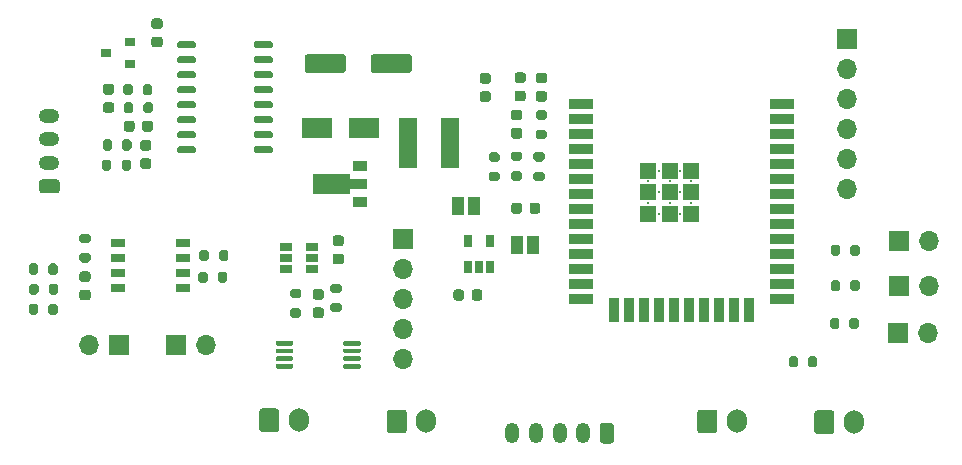
<source format=gbr>
%TF.GenerationSoftware,KiCad,Pcbnew,5.1.7-a382d34a8~87~ubuntu18.04.1*%
%TF.CreationDate,2021-06-03T09:48:45+05:30*%
%TF.ProjectId,Single_scale_v3_kicad,53696e67-6c65-45f7-9363-616c655f7633,rev?*%
%TF.SameCoordinates,Original*%
%TF.FileFunction,Soldermask,Top*%
%TF.FilePolarity,Negative*%
%FSLAX46Y46*%
G04 Gerber Fmt 4.6, Leading zero omitted, Abs format (unit mm)*
G04 Created by KiCad (PCBNEW 5.1.7-a382d34a8~87~ubuntu18.04.1) date 2021-06-03 09:48:45*
%MOMM*%
%LPD*%
G01*
G04 APERTURE LIST*
%ADD10O,1.700000X2.000000*%
%ADD11O,1.200000X1.750000*%
%ADD12O,1.750000X1.200000*%
%ADD13R,1.700000X1.700000*%
%ADD14O,1.700000X1.700000*%
%ADD15R,1.000000X1.500000*%
%ADD16R,1.300000X0.700000*%
%ADD17R,1.060000X0.650000*%
%ADD18R,0.650000X1.060000*%
%ADD19R,1.300000X0.900000*%
%ADD20C,0.100000*%
%ADD21R,2.000000X0.900000*%
%ADD22R,0.900000X2.000000*%
%ADD23R,1.330000X1.330000*%
%ADD24C,0.300000*%
%ADD25R,0.900000X0.800000*%
%ADD26R,2.500000X1.800000*%
%ADD27R,1.500000X4.200000*%
G04 APERTURE END LIST*
D10*
%TO.C,J15*%
X140700000Y-99000000D03*
G36*
G01*
X137350000Y-99750000D02*
X137350000Y-98250000D01*
G75*
G02*
X137600000Y-98000000I250000J0D01*
G01*
X138800000Y-98000000D01*
G75*
G02*
X139050000Y-98250000I0J-250000D01*
G01*
X139050000Y-99750000D01*
G75*
G02*
X138800000Y-100000000I-250000J0D01*
G01*
X137600000Y-100000000D01*
G75*
G02*
X137350000Y-99750000I0J250000D01*
G01*
G37*
%TD*%
%TO.C,J11*%
X114400000Y-99000000D03*
G36*
G01*
X111050000Y-99750000D02*
X111050000Y-98250000D01*
G75*
G02*
X111300000Y-98000000I250000J0D01*
G01*
X112500000Y-98000000D01*
G75*
G02*
X112750000Y-98250000I0J-250000D01*
G01*
X112750000Y-99750000D01*
G75*
G02*
X112500000Y-100000000I-250000J0D01*
G01*
X111300000Y-100000000D01*
G75*
G02*
X111050000Y-99750000I0J250000D01*
G01*
G37*
%TD*%
%TO.C,J10*%
X150600000Y-99060000D03*
G36*
G01*
X147250000Y-99810000D02*
X147250000Y-98310000D01*
G75*
G02*
X147500000Y-98060000I250000J0D01*
G01*
X148700000Y-98060000D01*
G75*
G02*
X148950000Y-98310000I0J-250000D01*
G01*
X148950000Y-99810000D01*
G75*
G02*
X148700000Y-100060000I-250000J0D01*
G01*
X147500000Y-100060000D01*
G75*
G02*
X147250000Y-99810000I0J250000D01*
G01*
G37*
%TD*%
D11*
%TO.C,J6*%
X121700000Y-100000000D03*
X123700000Y-100000000D03*
X125700000Y-100000000D03*
X127700000Y-100000000D03*
G36*
G01*
X130300000Y-99374999D02*
X130300000Y-100625001D01*
G75*
G02*
X130050001Y-100875000I-249999J0D01*
G01*
X129349999Y-100875000D01*
G75*
G02*
X129100000Y-100625001I0J249999D01*
G01*
X129100000Y-99374999D01*
G75*
G02*
X129349999Y-99125000I249999J0D01*
G01*
X130050001Y-99125000D01*
G75*
G02*
X130300000Y-99374999I0J-249999D01*
G01*
G37*
%TD*%
D10*
%TO.C,J2*%
X103600000Y-98900000D03*
G36*
G01*
X100250000Y-99650000D02*
X100250000Y-98150000D01*
G75*
G02*
X100500000Y-97900000I250000J0D01*
G01*
X101700000Y-97900000D01*
G75*
G02*
X101950000Y-98150000I0J-250000D01*
G01*
X101950000Y-99650000D01*
G75*
G02*
X101700000Y-99900000I-250000J0D01*
G01*
X100500000Y-99900000D01*
G75*
G02*
X100250000Y-99650000I0J250000D01*
G01*
G37*
%TD*%
D12*
%TO.C,J1*%
X82500000Y-73100000D03*
X82500000Y-75100000D03*
X82500000Y-77100000D03*
G36*
G01*
X83125001Y-79700000D02*
X81874999Y-79700000D01*
G75*
G02*
X81625000Y-79450001I0J249999D01*
G01*
X81625000Y-78749999D01*
G75*
G02*
X81874999Y-78500000I249999J0D01*
G01*
X83125001Y-78500000D01*
G75*
G02*
X83375000Y-78749999I0J-249999D01*
G01*
X83375000Y-79450001D01*
G75*
G02*
X83125001Y-79700000I-249999J0D01*
G01*
G37*
%TD*%
%TO.C,C1*%
G36*
G01*
X87250000Y-71975000D02*
X87750000Y-71975000D01*
G75*
G02*
X87975000Y-72200000I0J-225000D01*
G01*
X87975000Y-72650000D01*
G75*
G02*
X87750000Y-72875000I-225000J0D01*
G01*
X87250000Y-72875000D01*
G75*
G02*
X87025000Y-72650000I0J225000D01*
G01*
X87025000Y-72200000D01*
G75*
G02*
X87250000Y-71975000I225000J0D01*
G01*
G37*
G36*
G01*
X87250000Y-70425000D02*
X87750000Y-70425000D01*
G75*
G02*
X87975000Y-70650000I0J-225000D01*
G01*
X87975000Y-71100000D01*
G75*
G02*
X87750000Y-71325000I-225000J0D01*
G01*
X87250000Y-71325000D01*
G75*
G02*
X87025000Y-71100000I0J225000D01*
G01*
X87025000Y-70650000D01*
G75*
G02*
X87250000Y-70425000I225000J0D01*
G01*
G37*
%TD*%
%TO.C,C2*%
G36*
G01*
X88800000Y-74250000D02*
X88800000Y-73750000D01*
G75*
G02*
X89025000Y-73525000I225000J0D01*
G01*
X89475000Y-73525000D01*
G75*
G02*
X89700000Y-73750000I0J-225000D01*
G01*
X89700000Y-74250000D01*
G75*
G02*
X89475000Y-74475000I-225000J0D01*
G01*
X89025000Y-74475000D01*
G75*
G02*
X88800000Y-74250000I0J225000D01*
G01*
G37*
G36*
G01*
X90350000Y-74250000D02*
X90350000Y-73750000D01*
G75*
G02*
X90575000Y-73525000I225000J0D01*
G01*
X91025000Y-73525000D01*
G75*
G02*
X91250000Y-73750000I0J-225000D01*
G01*
X91250000Y-74250000D01*
G75*
G02*
X91025000Y-74475000I-225000J0D01*
G01*
X90575000Y-74475000D01*
G75*
G02*
X90350000Y-74250000I0J225000D01*
G01*
G37*
%TD*%
%TO.C,C3*%
G36*
G01*
X91850000Y-67325000D02*
X91350000Y-67325000D01*
G75*
G02*
X91125000Y-67100000I0J225000D01*
G01*
X91125000Y-66650000D01*
G75*
G02*
X91350000Y-66425000I225000J0D01*
G01*
X91850000Y-66425000D01*
G75*
G02*
X92075000Y-66650000I0J-225000D01*
G01*
X92075000Y-67100000D01*
G75*
G02*
X91850000Y-67325000I-225000J0D01*
G01*
G37*
G36*
G01*
X91850000Y-65775000D02*
X91350000Y-65775000D01*
G75*
G02*
X91125000Y-65550000I0J225000D01*
G01*
X91125000Y-65100000D01*
G75*
G02*
X91350000Y-64875000I225000J0D01*
G01*
X91850000Y-64875000D01*
G75*
G02*
X92075000Y-65100000I0J-225000D01*
G01*
X92075000Y-65550000D01*
G75*
G02*
X91850000Y-65775000I-225000J0D01*
G01*
G37*
%TD*%
%TO.C,C4*%
G36*
G01*
X85750000Y-88750000D02*
X85250000Y-88750000D01*
G75*
G02*
X85025000Y-88525000I0J225000D01*
G01*
X85025000Y-88075000D01*
G75*
G02*
X85250000Y-87850000I225000J0D01*
G01*
X85750000Y-87850000D01*
G75*
G02*
X85975000Y-88075000I0J-225000D01*
G01*
X85975000Y-88525000D01*
G75*
G02*
X85750000Y-88750000I-225000J0D01*
G01*
G37*
G36*
G01*
X85750000Y-87200000D02*
X85250000Y-87200000D01*
G75*
G02*
X85025000Y-86975000I0J225000D01*
G01*
X85025000Y-86525000D01*
G75*
G02*
X85250000Y-86300000I225000J0D01*
G01*
X85750000Y-86300000D01*
G75*
G02*
X85975000Y-86525000I0J-225000D01*
G01*
X85975000Y-86975000D01*
G75*
G02*
X85750000Y-87200000I-225000J0D01*
G01*
G37*
%TD*%
%TO.C,C5*%
G36*
G01*
X90400000Y-76725000D02*
X90900000Y-76725000D01*
G75*
G02*
X91125000Y-76950000I0J-225000D01*
G01*
X91125000Y-77400000D01*
G75*
G02*
X90900000Y-77625000I-225000J0D01*
G01*
X90400000Y-77625000D01*
G75*
G02*
X90175000Y-77400000I0J225000D01*
G01*
X90175000Y-76950000D01*
G75*
G02*
X90400000Y-76725000I225000J0D01*
G01*
G37*
G36*
G01*
X90400000Y-75175000D02*
X90900000Y-75175000D01*
G75*
G02*
X91125000Y-75400000I0J-225000D01*
G01*
X91125000Y-75850000D01*
G75*
G02*
X90900000Y-76075000I-225000J0D01*
G01*
X90400000Y-76075000D01*
G75*
G02*
X90175000Y-75850000I0J225000D01*
G01*
X90175000Y-75400000D01*
G75*
G02*
X90400000Y-75175000I225000J0D01*
G01*
G37*
%TD*%
%TO.C,C6*%
G36*
G01*
X122300000Y-75050000D02*
X121800000Y-75050000D01*
G75*
G02*
X121575000Y-74825000I0J225000D01*
G01*
X121575000Y-74375000D01*
G75*
G02*
X121800000Y-74150000I225000J0D01*
G01*
X122300000Y-74150000D01*
G75*
G02*
X122525000Y-74375000I0J-225000D01*
G01*
X122525000Y-74825000D01*
G75*
G02*
X122300000Y-75050000I-225000J0D01*
G01*
G37*
G36*
G01*
X122300000Y-73500000D02*
X121800000Y-73500000D01*
G75*
G02*
X121575000Y-73275000I0J225000D01*
G01*
X121575000Y-72825000D01*
G75*
G02*
X121800000Y-72600000I225000J0D01*
G01*
X122300000Y-72600000D01*
G75*
G02*
X122525000Y-72825000I0J-225000D01*
G01*
X122525000Y-73275000D01*
G75*
G02*
X122300000Y-73500000I-225000J0D01*
G01*
G37*
%TD*%
%TO.C,C7*%
G36*
G01*
X124400000Y-70375000D02*
X123900000Y-70375000D01*
G75*
G02*
X123675000Y-70150000I0J225000D01*
G01*
X123675000Y-69700000D01*
G75*
G02*
X123900000Y-69475000I225000J0D01*
G01*
X124400000Y-69475000D01*
G75*
G02*
X124625000Y-69700000I0J-225000D01*
G01*
X124625000Y-70150000D01*
G75*
G02*
X124400000Y-70375000I-225000J0D01*
G01*
G37*
G36*
G01*
X124400000Y-71925000D02*
X123900000Y-71925000D01*
G75*
G02*
X123675000Y-71700000I0J225000D01*
G01*
X123675000Y-71250000D01*
G75*
G02*
X123900000Y-71025000I225000J0D01*
G01*
X124400000Y-71025000D01*
G75*
G02*
X124625000Y-71250000I0J-225000D01*
G01*
X124625000Y-71700000D01*
G75*
G02*
X124400000Y-71925000I-225000J0D01*
G01*
G37*
%TD*%
%TO.C,C8*%
G36*
G01*
X122600000Y-71900000D02*
X122100000Y-71900000D01*
G75*
G02*
X121875000Y-71675000I0J225000D01*
G01*
X121875000Y-71225000D01*
G75*
G02*
X122100000Y-71000000I225000J0D01*
G01*
X122600000Y-71000000D01*
G75*
G02*
X122825000Y-71225000I0J-225000D01*
G01*
X122825000Y-71675000D01*
G75*
G02*
X122600000Y-71900000I-225000J0D01*
G01*
G37*
G36*
G01*
X122600000Y-70350000D02*
X122100000Y-70350000D01*
G75*
G02*
X121875000Y-70125000I0J225000D01*
G01*
X121875000Y-69675000D01*
G75*
G02*
X122100000Y-69450000I225000J0D01*
G01*
X122600000Y-69450000D01*
G75*
G02*
X122825000Y-69675000I0J-225000D01*
G01*
X122825000Y-70125000D01*
G75*
G02*
X122600000Y-70350000I-225000J0D01*
G01*
G37*
%TD*%
%TO.C,C9*%
G36*
G01*
X107200000Y-85700000D02*
X106700000Y-85700000D01*
G75*
G02*
X106475000Y-85475000I0J225000D01*
G01*
X106475000Y-85025000D01*
G75*
G02*
X106700000Y-84800000I225000J0D01*
G01*
X107200000Y-84800000D01*
G75*
G02*
X107425000Y-85025000I0J-225000D01*
G01*
X107425000Y-85475000D01*
G75*
G02*
X107200000Y-85700000I-225000J0D01*
G01*
G37*
G36*
G01*
X107200000Y-84150000D02*
X106700000Y-84150000D01*
G75*
G02*
X106475000Y-83925000I0J225000D01*
G01*
X106475000Y-83475000D01*
G75*
G02*
X106700000Y-83250000I225000J0D01*
G01*
X107200000Y-83250000D01*
G75*
G02*
X107425000Y-83475000I0J-225000D01*
G01*
X107425000Y-83925000D01*
G75*
G02*
X107200000Y-84150000I-225000J0D01*
G01*
G37*
%TD*%
%TO.C,C10*%
G36*
G01*
X105000000Y-89350000D02*
X105500000Y-89350000D01*
G75*
G02*
X105725000Y-89575000I0J-225000D01*
G01*
X105725000Y-90025000D01*
G75*
G02*
X105500000Y-90250000I-225000J0D01*
G01*
X105000000Y-90250000D01*
G75*
G02*
X104775000Y-90025000I0J225000D01*
G01*
X104775000Y-89575000D01*
G75*
G02*
X105000000Y-89350000I225000J0D01*
G01*
G37*
G36*
G01*
X105000000Y-87800000D02*
X105500000Y-87800000D01*
G75*
G02*
X105725000Y-88025000I0J-225000D01*
G01*
X105725000Y-88475000D01*
G75*
G02*
X105500000Y-88700000I-225000J0D01*
G01*
X105000000Y-88700000D01*
G75*
G02*
X104775000Y-88475000I0J225000D01*
G01*
X104775000Y-88025000D01*
G75*
G02*
X105000000Y-87800000I225000J0D01*
G01*
G37*
%TD*%
%TO.C,C11*%
G36*
G01*
X119650000Y-70400000D02*
X119150000Y-70400000D01*
G75*
G02*
X118925000Y-70175000I0J225000D01*
G01*
X118925000Y-69725000D01*
G75*
G02*
X119150000Y-69500000I225000J0D01*
G01*
X119650000Y-69500000D01*
G75*
G02*
X119875000Y-69725000I0J-225000D01*
G01*
X119875000Y-70175000D01*
G75*
G02*
X119650000Y-70400000I-225000J0D01*
G01*
G37*
G36*
G01*
X119650000Y-71950000D02*
X119150000Y-71950000D01*
G75*
G02*
X118925000Y-71725000I0J225000D01*
G01*
X118925000Y-71275000D01*
G75*
G02*
X119150000Y-71050000I225000J0D01*
G01*
X119650000Y-71050000D01*
G75*
G02*
X119875000Y-71275000I0J-225000D01*
G01*
X119875000Y-71725000D01*
G75*
G02*
X119650000Y-71950000I-225000J0D01*
G01*
G37*
%TD*%
%TO.C,C12*%
G36*
G01*
X118250000Y-88550000D02*
X118250000Y-88050000D01*
G75*
G02*
X118475000Y-87825000I225000J0D01*
G01*
X118925000Y-87825000D01*
G75*
G02*
X119150000Y-88050000I0J-225000D01*
G01*
X119150000Y-88550000D01*
G75*
G02*
X118925000Y-88775000I-225000J0D01*
G01*
X118475000Y-88775000D01*
G75*
G02*
X118250000Y-88550000I0J225000D01*
G01*
G37*
G36*
G01*
X116700000Y-88550000D02*
X116700000Y-88050000D01*
G75*
G02*
X116925000Y-87825000I225000J0D01*
G01*
X117375000Y-87825000D01*
G75*
G02*
X117600000Y-88050000I0J-225000D01*
G01*
X117600000Y-88550000D01*
G75*
G02*
X117375000Y-88775000I-225000J0D01*
G01*
X116925000Y-88775000D01*
G75*
G02*
X116700000Y-88550000I0J225000D01*
G01*
G37*
%TD*%
%TO.C,C13*%
G36*
G01*
X121600000Y-81200000D02*
X121600000Y-80700000D01*
G75*
G02*
X121825000Y-80475000I225000J0D01*
G01*
X122275000Y-80475000D01*
G75*
G02*
X122500000Y-80700000I0J-225000D01*
G01*
X122500000Y-81200000D01*
G75*
G02*
X122275000Y-81425000I-225000J0D01*
G01*
X121825000Y-81425000D01*
G75*
G02*
X121600000Y-81200000I0J225000D01*
G01*
G37*
G36*
G01*
X123150000Y-81200000D02*
X123150000Y-80700000D01*
G75*
G02*
X123375000Y-80475000I225000J0D01*
G01*
X123825000Y-80475000D01*
G75*
G02*
X124050000Y-80700000I0J-225000D01*
G01*
X124050000Y-81200000D01*
G75*
G02*
X123825000Y-81425000I-225000J0D01*
G01*
X123375000Y-81425000D01*
G75*
G02*
X123150000Y-81200000I0J225000D01*
G01*
G37*
%TD*%
%TO.C,C14*%
G36*
G01*
X104100000Y-69250000D02*
X104100000Y-68150000D01*
G75*
G02*
X104350000Y-67900000I250000J0D01*
G01*
X107350000Y-67900000D01*
G75*
G02*
X107600000Y-68150000I0J-250000D01*
G01*
X107600000Y-69250000D01*
G75*
G02*
X107350000Y-69500000I-250000J0D01*
G01*
X104350000Y-69500000D01*
G75*
G02*
X104100000Y-69250000I0J250000D01*
G01*
G37*
G36*
G01*
X109700000Y-69250000D02*
X109700000Y-68150000D01*
G75*
G02*
X109950000Y-67900000I250000J0D01*
G01*
X112950000Y-67900000D01*
G75*
G02*
X113200000Y-68150000I0J-250000D01*
G01*
X113200000Y-69250000D01*
G75*
G02*
X112950000Y-69500000I-250000J0D01*
G01*
X109950000Y-69500000D01*
G75*
G02*
X109700000Y-69250000I0J250000D01*
G01*
G37*
%TD*%
D13*
%TO.C,J3*%
X112450000Y-83520000D03*
D14*
X112450000Y-86060000D03*
X112450000Y-88600000D03*
X112450000Y-91140000D03*
X112450000Y-93680000D03*
%TD*%
D13*
%TO.C,J4*%
X88400000Y-92500000D03*
D14*
X85860000Y-92500000D03*
%TD*%
D13*
%TO.C,J5*%
X93200000Y-92500000D03*
D14*
X95740000Y-92500000D03*
%TD*%
D13*
%TO.C,J9*%
X150000000Y-66600000D03*
D14*
X150000000Y-69140000D03*
X150000000Y-71680000D03*
X150000000Y-74220000D03*
X150000000Y-76760000D03*
X150000000Y-79300000D03*
%TD*%
%TO.C,J12*%
X156972000Y-83700000D03*
D13*
X154432000Y-83700000D03*
%TD*%
%TO.C,J13*%
X154432000Y-87500000D03*
D14*
X156972000Y-87500000D03*
%TD*%
%TO.C,J14*%
X156900000Y-91500000D03*
D13*
X154360000Y-91500000D03*
%TD*%
D15*
%TO.C,JP1*%
X122100000Y-84050000D03*
X123400000Y-84050000D03*
%TD*%
%TO.C,JP2*%
X118400000Y-80750000D03*
X117100000Y-80750000D03*
%TD*%
%TO.C,R1*%
G36*
G01*
X97550000Y-86525000D02*
X97550000Y-87075000D01*
G75*
G02*
X97350000Y-87275000I-200000J0D01*
G01*
X96950000Y-87275000D01*
G75*
G02*
X96750000Y-87075000I0J200000D01*
G01*
X96750000Y-86525000D01*
G75*
G02*
X96950000Y-86325000I200000J0D01*
G01*
X97350000Y-86325000D01*
G75*
G02*
X97550000Y-86525000I0J-200000D01*
G01*
G37*
G36*
G01*
X95900000Y-86525000D02*
X95900000Y-87075000D01*
G75*
G02*
X95700000Y-87275000I-200000J0D01*
G01*
X95300000Y-87275000D01*
G75*
G02*
X95100000Y-87075000I0J200000D01*
G01*
X95100000Y-86525000D01*
G75*
G02*
X95300000Y-86325000I200000J0D01*
G01*
X95700000Y-86325000D01*
G75*
G02*
X95900000Y-86525000I0J-200000D01*
G01*
G37*
%TD*%
%TO.C,R2*%
G36*
G01*
X95200000Y-85225000D02*
X95200000Y-84675000D01*
G75*
G02*
X95400000Y-84475000I200000J0D01*
G01*
X95800000Y-84475000D01*
G75*
G02*
X96000000Y-84675000I0J-200000D01*
G01*
X96000000Y-85225000D01*
G75*
G02*
X95800000Y-85425000I-200000J0D01*
G01*
X95400000Y-85425000D01*
G75*
G02*
X95200000Y-85225000I0J200000D01*
G01*
G37*
G36*
G01*
X96850000Y-85225000D02*
X96850000Y-84675000D01*
G75*
G02*
X97050000Y-84475000I200000J0D01*
G01*
X97450000Y-84475000D01*
G75*
G02*
X97650000Y-84675000I0J-200000D01*
G01*
X97650000Y-85225000D01*
G75*
G02*
X97450000Y-85425000I-200000J0D01*
G01*
X97050000Y-85425000D01*
G75*
G02*
X96850000Y-85225000I0J200000D01*
G01*
G37*
%TD*%
%TO.C,R3*%
G36*
G01*
X88750000Y-71175000D02*
X88750000Y-70625000D01*
G75*
G02*
X88950000Y-70425000I200000J0D01*
G01*
X89350000Y-70425000D01*
G75*
G02*
X89550000Y-70625000I0J-200000D01*
G01*
X89550000Y-71175000D01*
G75*
G02*
X89350000Y-71375000I-200000J0D01*
G01*
X88950000Y-71375000D01*
G75*
G02*
X88750000Y-71175000I0J200000D01*
G01*
G37*
G36*
G01*
X90400000Y-71175000D02*
X90400000Y-70625000D01*
G75*
G02*
X90600000Y-70425000I200000J0D01*
G01*
X91000000Y-70425000D01*
G75*
G02*
X91200000Y-70625000I0J-200000D01*
G01*
X91200000Y-71175000D01*
G75*
G02*
X91000000Y-71375000I-200000J0D01*
G01*
X90600000Y-71375000D01*
G75*
G02*
X90400000Y-71175000I0J200000D01*
G01*
G37*
%TD*%
%TO.C,R4*%
G36*
G01*
X89600000Y-72175000D02*
X89600000Y-72725000D01*
G75*
G02*
X89400000Y-72925000I-200000J0D01*
G01*
X89000000Y-72925000D01*
G75*
G02*
X88800000Y-72725000I0J200000D01*
G01*
X88800000Y-72175000D01*
G75*
G02*
X89000000Y-71975000I200000J0D01*
G01*
X89400000Y-71975000D01*
G75*
G02*
X89600000Y-72175000I0J-200000D01*
G01*
G37*
G36*
G01*
X91250000Y-72175000D02*
X91250000Y-72725000D01*
G75*
G02*
X91050000Y-72925000I-200000J0D01*
G01*
X90650000Y-72925000D01*
G75*
G02*
X90450000Y-72725000I0J200000D01*
G01*
X90450000Y-72175000D01*
G75*
G02*
X90650000Y-71975000I200000J0D01*
G01*
X91050000Y-71975000D01*
G75*
G02*
X91250000Y-72175000I0J-200000D01*
G01*
G37*
%TD*%
%TO.C,R5*%
G36*
G01*
X86950000Y-77575000D02*
X86950000Y-77025000D01*
G75*
G02*
X87150000Y-76825000I200000J0D01*
G01*
X87550000Y-76825000D01*
G75*
G02*
X87750000Y-77025000I0J-200000D01*
G01*
X87750000Y-77575000D01*
G75*
G02*
X87550000Y-77775000I-200000J0D01*
G01*
X87150000Y-77775000D01*
G75*
G02*
X86950000Y-77575000I0J200000D01*
G01*
G37*
G36*
G01*
X88600000Y-77575000D02*
X88600000Y-77025000D01*
G75*
G02*
X88800000Y-76825000I200000J0D01*
G01*
X89200000Y-76825000D01*
G75*
G02*
X89400000Y-77025000I0J-200000D01*
G01*
X89400000Y-77575000D01*
G75*
G02*
X89200000Y-77775000I-200000J0D01*
G01*
X88800000Y-77775000D01*
G75*
G02*
X88600000Y-77575000I0J200000D01*
G01*
G37*
%TD*%
%TO.C,R6*%
G36*
G01*
X88650000Y-75875000D02*
X88650000Y-75325000D01*
G75*
G02*
X88850000Y-75125000I200000J0D01*
G01*
X89250000Y-75125000D01*
G75*
G02*
X89450000Y-75325000I0J-200000D01*
G01*
X89450000Y-75875000D01*
G75*
G02*
X89250000Y-76075000I-200000J0D01*
G01*
X88850000Y-76075000D01*
G75*
G02*
X88650000Y-75875000I0J200000D01*
G01*
G37*
G36*
G01*
X87000000Y-75875000D02*
X87000000Y-75325000D01*
G75*
G02*
X87200000Y-75125000I200000J0D01*
G01*
X87600000Y-75125000D01*
G75*
G02*
X87800000Y-75325000I0J-200000D01*
G01*
X87800000Y-75875000D01*
G75*
G02*
X87600000Y-76075000I-200000J0D01*
G01*
X87200000Y-76075000D01*
G75*
G02*
X87000000Y-75875000I0J200000D01*
G01*
G37*
%TD*%
%TO.C,R7*%
G36*
G01*
X123875000Y-72650000D02*
X124425000Y-72650000D01*
G75*
G02*
X124625000Y-72850000I0J-200000D01*
G01*
X124625000Y-73250000D01*
G75*
G02*
X124425000Y-73450000I-200000J0D01*
G01*
X123875000Y-73450000D01*
G75*
G02*
X123675000Y-73250000I0J200000D01*
G01*
X123675000Y-72850000D01*
G75*
G02*
X123875000Y-72650000I200000J0D01*
G01*
G37*
G36*
G01*
X123875000Y-74300000D02*
X124425000Y-74300000D01*
G75*
G02*
X124625000Y-74500000I0J-200000D01*
G01*
X124625000Y-74900000D01*
G75*
G02*
X124425000Y-75100000I-200000J0D01*
G01*
X123875000Y-75100000D01*
G75*
G02*
X123675000Y-74900000I0J200000D01*
G01*
X123675000Y-74500000D01*
G75*
G02*
X123875000Y-74300000I200000J0D01*
G01*
G37*
%TD*%
%TO.C,R8*%
G36*
G01*
X85775000Y-83900000D02*
X85225000Y-83900000D01*
G75*
G02*
X85025000Y-83700000I0J200000D01*
G01*
X85025000Y-83300000D01*
G75*
G02*
X85225000Y-83100000I200000J0D01*
G01*
X85775000Y-83100000D01*
G75*
G02*
X85975000Y-83300000I0J-200000D01*
G01*
X85975000Y-83700000D01*
G75*
G02*
X85775000Y-83900000I-200000J0D01*
G01*
G37*
G36*
G01*
X85775000Y-85550000D02*
X85225000Y-85550000D01*
G75*
G02*
X85025000Y-85350000I0J200000D01*
G01*
X85025000Y-84950000D01*
G75*
G02*
X85225000Y-84750000I200000J0D01*
G01*
X85775000Y-84750000D01*
G75*
G02*
X85975000Y-84950000I0J-200000D01*
G01*
X85975000Y-85350000D01*
G75*
G02*
X85775000Y-85550000I-200000J0D01*
G01*
G37*
%TD*%
%TO.C,R9*%
G36*
G01*
X103625000Y-88550000D02*
X103075000Y-88550000D01*
G75*
G02*
X102875000Y-88350000I0J200000D01*
G01*
X102875000Y-87950000D01*
G75*
G02*
X103075000Y-87750000I200000J0D01*
G01*
X103625000Y-87750000D01*
G75*
G02*
X103825000Y-87950000I0J-200000D01*
G01*
X103825000Y-88350000D01*
G75*
G02*
X103625000Y-88550000I-200000J0D01*
G01*
G37*
G36*
G01*
X103625000Y-90200000D02*
X103075000Y-90200000D01*
G75*
G02*
X102875000Y-90000000I0J200000D01*
G01*
X102875000Y-89600000D01*
G75*
G02*
X103075000Y-89400000I200000J0D01*
G01*
X103625000Y-89400000D01*
G75*
G02*
X103825000Y-89600000I0J-200000D01*
G01*
X103825000Y-90000000D01*
G75*
G02*
X103625000Y-90200000I-200000J0D01*
G01*
G37*
%TD*%
%TO.C,R10*%
G36*
G01*
X106475000Y-87325000D02*
X107025000Y-87325000D01*
G75*
G02*
X107225000Y-87525000I0J-200000D01*
G01*
X107225000Y-87925000D01*
G75*
G02*
X107025000Y-88125000I-200000J0D01*
G01*
X106475000Y-88125000D01*
G75*
G02*
X106275000Y-87925000I0J200000D01*
G01*
X106275000Y-87525000D01*
G75*
G02*
X106475000Y-87325000I200000J0D01*
G01*
G37*
G36*
G01*
X106475000Y-88975000D02*
X107025000Y-88975000D01*
G75*
G02*
X107225000Y-89175000I0J-200000D01*
G01*
X107225000Y-89575000D01*
G75*
G02*
X107025000Y-89775000I-200000J0D01*
G01*
X106475000Y-89775000D01*
G75*
G02*
X106275000Y-89575000I0J200000D01*
G01*
X106275000Y-89175000D01*
G75*
G02*
X106475000Y-88975000I200000J0D01*
G01*
G37*
%TD*%
%TO.C,R11*%
G36*
G01*
X145875000Y-93675000D02*
X145875000Y-94225000D01*
G75*
G02*
X145675000Y-94425000I-200000J0D01*
G01*
X145275000Y-94425000D01*
G75*
G02*
X145075000Y-94225000I0J200000D01*
G01*
X145075000Y-93675000D01*
G75*
G02*
X145275000Y-93475000I200000J0D01*
G01*
X145675000Y-93475000D01*
G75*
G02*
X145875000Y-93675000I0J-200000D01*
G01*
G37*
G36*
G01*
X147525000Y-93675000D02*
X147525000Y-94225000D01*
G75*
G02*
X147325000Y-94425000I-200000J0D01*
G01*
X146925000Y-94425000D01*
G75*
G02*
X146725000Y-94225000I0J200000D01*
G01*
X146725000Y-93675000D01*
G75*
G02*
X146925000Y-93475000I200000J0D01*
G01*
X147325000Y-93475000D01*
G75*
G02*
X147525000Y-93675000I0J-200000D01*
G01*
G37*
%TD*%
%TO.C,R12*%
G36*
G01*
X150225000Y-90975000D02*
X150225000Y-90425000D01*
G75*
G02*
X150425000Y-90225000I200000J0D01*
G01*
X150825000Y-90225000D01*
G75*
G02*
X151025000Y-90425000I0J-200000D01*
G01*
X151025000Y-90975000D01*
G75*
G02*
X150825000Y-91175000I-200000J0D01*
G01*
X150425000Y-91175000D01*
G75*
G02*
X150225000Y-90975000I0J200000D01*
G01*
G37*
G36*
G01*
X148575000Y-90975000D02*
X148575000Y-90425000D01*
G75*
G02*
X148775000Y-90225000I200000J0D01*
G01*
X149175000Y-90225000D01*
G75*
G02*
X149375000Y-90425000I0J-200000D01*
G01*
X149375000Y-90975000D01*
G75*
G02*
X149175000Y-91175000I-200000J0D01*
G01*
X148775000Y-91175000D01*
G75*
G02*
X148575000Y-90975000I0J200000D01*
G01*
G37*
%TD*%
%TO.C,R13*%
G36*
G01*
X150300000Y-87775000D02*
X150300000Y-87225000D01*
G75*
G02*
X150500000Y-87025000I200000J0D01*
G01*
X150900000Y-87025000D01*
G75*
G02*
X151100000Y-87225000I0J-200000D01*
G01*
X151100000Y-87775000D01*
G75*
G02*
X150900000Y-87975000I-200000J0D01*
G01*
X150500000Y-87975000D01*
G75*
G02*
X150300000Y-87775000I0J200000D01*
G01*
G37*
G36*
G01*
X148650000Y-87775000D02*
X148650000Y-87225000D01*
G75*
G02*
X148850000Y-87025000I200000J0D01*
G01*
X149250000Y-87025000D01*
G75*
G02*
X149450000Y-87225000I0J-200000D01*
G01*
X149450000Y-87775000D01*
G75*
G02*
X149250000Y-87975000I-200000J0D01*
G01*
X148850000Y-87975000D01*
G75*
G02*
X148650000Y-87775000I0J200000D01*
G01*
G37*
%TD*%
%TO.C,R14*%
G36*
G01*
X150300000Y-84775000D02*
X150300000Y-84225000D01*
G75*
G02*
X150500000Y-84025000I200000J0D01*
G01*
X150900000Y-84025000D01*
G75*
G02*
X151100000Y-84225000I0J-200000D01*
G01*
X151100000Y-84775000D01*
G75*
G02*
X150900000Y-84975000I-200000J0D01*
G01*
X150500000Y-84975000D01*
G75*
G02*
X150300000Y-84775000I0J200000D01*
G01*
G37*
G36*
G01*
X148650000Y-84775000D02*
X148650000Y-84225000D01*
G75*
G02*
X148850000Y-84025000I200000J0D01*
G01*
X149250000Y-84025000D01*
G75*
G02*
X149450000Y-84225000I0J-200000D01*
G01*
X149450000Y-84775000D01*
G75*
G02*
X149250000Y-84975000I-200000J0D01*
G01*
X148850000Y-84975000D01*
G75*
G02*
X148650000Y-84775000I0J200000D01*
G01*
G37*
%TD*%
%TO.C,R15*%
G36*
G01*
X120425000Y-78675000D02*
X119875000Y-78675000D01*
G75*
G02*
X119675000Y-78475000I0J200000D01*
G01*
X119675000Y-78075000D01*
G75*
G02*
X119875000Y-77875000I200000J0D01*
G01*
X120425000Y-77875000D01*
G75*
G02*
X120625000Y-78075000I0J-200000D01*
G01*
X120625000Y-78475000D01*
G75*
G02*
X120425000Y-78675000I-200000J0D01*
G01*
G37*
G36*
G01*
X120425000Y-77025000D02*
X119875000Y-77025000D01*
G75*
G02*
X119675000Y-76825000I0J200000D01*
G01*
X119675000Y-76425000D01*
G75*
G02*
X119875000Y-76225000I200000J0D01*
G01*
X120425000Y-76225000D01*
G75*
G02*
X120625000Y-76425000I0J-200000D01*
G01*
X120625000Y-76825000D01*
G75*
G02*
X120425000Y-77025000I-200000J0D01*
G01*
G37*
%TD*%
%TO.C,R16*%
G36*
G01*
X121775000Y-77800000D02*
X122325000Y-77800000D01*
G75*
G02*
X122525000Y-78000000I0J-200000D01*
G01*
X122525000Y-78400000D01*
G75*
G02*
X122325000Y-78600000I-200000J0D01*
G01*
X121775000Y-78600000D01*
G75*
G02*
X121575000Y-78400000I0J200000D01*
G01*
X121575000Y-78000000D01*
G75*
G02*
X121775000Y-77800000I200000J0D01*
G01*
G37*
G36*
G01*
X121775000Y-76150000D02*
X122325000Y-76150000D01*
G75*
G02*
X122525000Y-76350000I0J-200000D01*
G01*
X122525000Y-76750000D01*
G75*
G02*
X122325000Y-76950000I-200000J0D01*
G01*
X121775000Y-76950000D01*
G75*
G02*
X121575000Y-76750000I0J200000D01*
G01*
X121575000Y-76350000D01*
G75*
G02*
X121775000Y-76150000I200000J0D01*
G01*
G37*
%TD*%
%TO.C,R17*%
G36*
G01*
X123675000Y-76200000D02*
X124225000Y-76200000D01*
G75*
G02*
X124425000Y-76400000I0J-200000D01*
G01*
X124425000Y-76800000D01*
G75*
G02*
X124225000Y-77000000I-200000J0D01*
G01*
X123675000Y-77000000D01*
G75*
G02*
X123475000Y-76800000I0J200000D01*
G01*
X123475000Y-76400000D01*
G75*
G02*
X123675000Y-76200000I200000J0D01*
G01*
G37*
G36*
G01*
X123675000Y-77850000D02*
X124225000Y-77850000D01*
G75*
G02*
X124425000Y-78050000I0J-200000D01*
G01*
X124425000Y-78450000D01*
G75*
G02*
X124225000Y-78650000I-200000J0D01*
G01*
X123675000Y-78650000D01*
G75*
G02*
X123475000Y-78450000I0J200000D01*
G01*
X123475000Y-78050000D01*
G75*
G02*
X123675000Y-77850000I200000J0D01*
G01*
G37*
%TD*%
%TO.C,R18*%
G36*
G01*
X83200000Y-85825000D02*
X83200000Y-86375000D01*
G75*
G02*
X83000000Y-86575000I-200000J0D01*
G01*
X82600000Y-86575000D01*
G75*
G02*
X82400000Y-86375000I0J200000D01*
G01*
X82400000Y-85825000D01*
G75*
G02*
X82600000Y-85625000I200000J0D01*
G01*
X83000000Y-85625000D01*
G75*
G02*
X83200000Y-85825000I0J-200000D01*
G01*
G37*
G36*
G01*
X81550000Y-85825000D02*
X81550000Y-86375000D01*
G75*
G02*
X81350000Y-86575000I-200000J0D01*
G01*
X80950000Y-86575000D01*
G75*
G02*
X80750000Y-86375000I0J200000D01*
G01*
X80750000Y-85825000D01*
G75*
G02*
X80950000Y-85625000I200000J0D01*
G01*
X81350000Y-85625000D01*
G75*
G02*
X81550000Y-85825000I0J-200000D01*
G01*
G37*
%TD*%
%TO.C,R19*%
G36*
G01*
X82425000Y-88075000D02*
X82425000Y-87525000D01*
G75*
G02*
X82625000Y-87325000I200000J0D01*
G01*
X83025000Y-87325000D01*
G75*
G02*
X83225000Y-87525000I0J-200000D01*
G01*
X83225000Y-88075000D01*
G75*
G02*
X83025000Y-88275000I-200000J0D01*
G01*
X82625000Y-88275000D01*
G75*
G02*
X82425000Y-88075000I0J200000D01*
G01*
G37*
G36*
G01*
X80775000Y-88075000D02*
X80775000Y-87525000D01*
G75*
G02*
X80975000Y-87325000I200000J0D01*
G01*
X81375000Y-87325000D01*
G75*
G02*
X81575000Y-87525000I0J-200000D01*
G01*
X81575000Y-88075000D01*
G75*
G02*
X81375000Y-88275000I-200000J0D01*
G01*
X80975000Y-88275000D01*
G75*
G02*
X80775000Y-88075000I0J200000D01*
G01*
G37*
%TD*%
%TO.C,R20*%
G36*
G01*
X80750000Y-89775000D02*
X80750000Y-89225000D01*
G75*
G02*
X80950000Y-89025000I200000J0D01*
G01*
X81350000Y-89025000D01*
G75*
G02*
X81550000Y-89225000I0J-200000D01*
G01*
X81550000Y-89775000D01*
G75*
G02*
X81350000Y-89975000I-200000J0D01*
G01*
X80950000Y-89975000D01*
G75*
G02*
X80750000Y-89775000I0J200000D01*
G01*
G37*
G36*
G01*
X82400000Y-89775000D02*
X82400000Y-89225000D01*
G75*
G02*
X82600000Y-89025000I200000J0D01*
G01*
X83000000Y-89025000D01*
G75*
G02*
X83200000Y-89225000I0J-200000D01*
G01*
X83200000Y-89775000D01*
G75*
G02*
X83000000Y-89975000I-200000J0D01*
G01*
X82600000Y-89975000D01*
G75*
G02*
X82400000Y-89775000I0J200000D01*
G01*
G37*
%TD*%
D16*
%TO.C,U1*%
X93800000Y-85165000D03*
X93800000Y-83895000D03*
X93800000Y-86435000D03*
X93800000Y-87705000D03*
X88300000Y-85165000D03*
X88300000Y-83895000D03*
X88300000Y-86435000D03*
X88300000Y-87705000D03*
%TD*%
%TO.C,U2*%
G36*
G01*
X93300000Y-67255000D02*
X93300000Y-66955000D01*
G75*
G02*
X93450000Y-66805000I150000J0D01*
G01*
X94750000Y-66805000D01*
G75*
G02*
X94900000Y-66955000I0J-150000D01*
G01*
X94900000Y-67255000D01*
G75*
G02*
X94750000Y-67405000I-150000J0D01*
G01*
X93450000Y-67405000D01*
G75*
G02*
X93300000Y-67255000I0J150000D01*
G01*
G37*
G36*
G01*
X93300000Y-68525000D02*
X93300000Y-68225000D01*
G75*
G02*
X93450000Y-68075000I150000J0D01*
G01*
X94750000Y-68075000D01*
G75*
G02*
X94900000Y-68225000I0J-150000D01*
G01*
X94900000Y-68525000D01*
G75*
G02*
X94750000Y-68675000I-150000J0D01*
G01*
X93450000Y-68675000D01*
G75*
G02*
X93300000Y-68525000I0J150000D01*
G01*
G37*
G36*
G01*
X93300000Y-69795000D02*
X93300000Y-69495000D01*
G75*
G02*
X93450000Y-69345000I150000J0D01*
G01*
X94750000Y-69345000D01*
G75*
G02*
X94900000Y-69495000I0J-150000D01*
G01*
X94900000Y-69795000D01*
G75*
G02*
X94750000Y-69945000I-150000J0D01*
G01*
X93450000Y-69945000D01*
G75*
G02*
X93300000Y-69795000I0J150000D01*
G01*
G37*
G36*
G01*
X93300000Y-71065000D02*
X93300000Y-70765000D01*
G75*
G02*
X93450000Y-70615000I150000J0D01*
G01*
X94750000Y-70615000D01*
G75*
G02*
X94900000Y-70765000I0J-150000D01*
G01*
X94900000Y-71065000D01*
G75*
G02*
X94750000Y-71215000I-150000J0D01*
G01*
X93450000Y-71215000D01*
G75*
G02*
X93300000Y-71065000I0J150000D01*
G01*
G37*
G36*
G01*
X93300000Y-72335000D02*
X93300000Y-72035000D01*
G75*
G02*
X93450000Y-71885000I150000J0D01*
G01*
X94750000Y-71885000D01*
G75*
G02*
X94900000Y-72035000I0J-150000D01*
G01*
X94900000Y-72335000D01*
G75*
G02*
X94750000Y-72485000I-150000J0D01*
G01*
X93450000Y-72485000D01*
G75*
G02*
X93300000Y-72335000I0J150000D01*
G01*
G37*
G36*
G01*
X93300000Y-73605000D02*
X93300000Y-73305000D01*
G75*
G02*
X93450000Y-73155000I150000J0D01*
G01*
X94750000Y-73155000D01*
G75*
G02*
X94900000Y-73305000I0J-150000D01*
G01*
X94900000Y-73605000D01*
G75*
G02*
X94750000Y-73755000I-150000J0D01*
G01*
X93450000Y-73755000D01*
G75*
G02*
X93300000Y-73605000I0J150000D01*
G01*
G37*
G36*
G01*
X93300000Y-74875000D02*
X93300000Y-74575000D01*
G75*
G02*
X93450000Y-74425000I150000J0D01*
G01*
X94750000Y-74425000D01*
G75*
G02*
X94900000Y-74575000I0J-150000D01*
G01*
X94900000Y-74875000D01*
G75*
G02*
X94750000Y-75025000I-150000J0D01*
G01*
X93450000Y-75025000D01*
G75*
G02*
X93300000Y-74875000I0J150000D01*
G01*
G37*
G36*
G01*
X93300000Y-76145000D02*
X93300000Y-75845000D01*
G75*
G02*
X93450000Y-75695000I150000J0D01*
G01*
X94750000Y-75695000D01*
G75*
G02*
X94900000Y-75845000I0J-150000D01*
G01*
X94900000Y-76145000D01*
G75*
G02*
X94750000Y-76295000I-150000J0D01*
G01*
X93450000Y-76295000D01*
G75*
G02*
X93300000Y-76145000I0J150000D01*
G01*
G37*
G36*
G01*
X99800000Y-76145000D02*
X99800000Y-75845000D01*
G75*
G02*
X99950000Y-75695000I150000J0D01*
G01*
X101250000Y-75695000D01*
G75*
G02*
X101400000Y-75845000I0J-150000D01*
G01*
X101400000Y-76145000D01*
G75*
G02*
X101250000Y-76295000I-150000J0D01*
G01*
X99950000Y-76295000D01*
G75*
G02*
X99800000Y-76145000I0J150000D01*
G01*
G37*
G36*
G01*
X99800000Y-74875000D02*
X99800000Y-74575000D01*
G75*
G02*
X99950000Y-74425000I150000J0D01*
G01*
X101250000Y-74425000D01*
G75*
G02*
X101400000Y-74575000I0J-150000D01*
G01*
X101400000Y-74875000D01*
G75*
G02*
X101250000Y-75025000I-150000J0D01*
G01*
X99950000Y-75025000D01*
G75*
G02*
X99800000Y-74875000I0J150000D01*
G01*
G37*
G36*
G01*
X99800000Y-73605000D02*
X99800000Y-73305000D01*
G75*
G02*
X99950000Y-73155000I150000J0D01*
G01*
X101250000Y-73155000D01*
G75*
G02*
X101400000Y-73305000I0J-150000D01*
G01*
X101400000Y-73605000D01*
G75*
G02*
X101250000Y-73755000I-150000J0D01*
G01*
X99950000Y-73755000D01*
G75*
G02*
X99800000Y-73605000I0J150000D01*
G01*
G37*
G36*
G01*
X99800000Y-72335000D02*
X99800000Y-72035000D01*
G75*
G02*
X99950000Y-71885000I150000J0D01*
G01*
X101250000Y-71885000D01*
G75*
G02*
X101400000Y-72035000I0J-150000D01*
G01*
X101400000Y-72335000D01*
G75*
G02*
X101250000Y-72485000I-150000J0D01*
G01*
X99950000Y-72485000D01*
G75*
G02*
X99800000Y-72335000I0J150000D01*
G01*
G37*
G36*
G01*
X99800000Y-71065000D02*
X99800000Y-70765000D01*
G75*
G02*
X99950000Y-70615000I150000J0D01*
G01*
X101250000Y-70615000D01*
G75*
G02*
X101400000Y-70765000I0J-150000D01*
G01*
X101400000Y-71065000D01*
G75*
G02*
X101250000Y-71215000I-150000J0D01*
G01*
X99950000Y-71215000D01*
G75*
G02*
X99800000Y-71065000I0J150000D01*
G01*
G37*
G36*
G01*
X99800000Y-69795000D02*
X99800000Y-69495000D01*
G75*
G02*
X99950000Y-69345000I150000J0D01*
G01*
X101250000Y-69345000D01*
G75*
G02*
X101400000Y-69495000I0J-150000D01*
G01*
X101400000Y-69795000D01*
G75*
G02*
X101250000Y-69945000I-150000J0D01*
G01*
X99950000Y-69945000D01*
G75*
G02*
X99800000Y-69795000I0J150000D01*
G01*
G37*
G36*
G01*
X99800000Y-68525000D02*
X99800000Y-68225000D01*
G75*
G02*
X99950000Y-68075000I150000J0D01*
G01*
X101250000Y-68075000D01*
G75*
G02*
X101400000Y-68225000I0J-150000D01*
G01*
X101400000Y-68525000D01*
G75*
G02*
X101250000Y-68675000I-150000J0D01*
G01*
X99950000Y-68675000D01*
G75*
G02*
X99800000Y-68525000I0J150000D01*
G01*
G37*
G36*
G01*
X99800000Y-67255000D02*
X99800000Y-66955000D01*
G75*
G02*
X99950000Y-66805000I150000J0D01*
G01*
X101250000Y-66805000D01*
G75*
G02*
X101400000Y-66955000I0J-150000D01*
G01*
X101400000Y-67255000D01*
G75*
G02*
X101250000Y-67405000I-150000J0D01*
G01*
X99950000Y-67405000D01*
G75*
G02*
X99800000Y-67255000I0J150000D01*
G01*
G37*
%TD*%
%TO.C,U3*%
G36*
G01*
X101650000Y-92475000D02*
X101650000Y-92275000D01*
G75*
G02*
X101750000Y-92175000I100000J0D01*
G01*
X103025000Y-92175000D01*
G75*
G02*
X103125000Y-92275000I0J-100000D01*
G01*
X103125000Y-92475000D01*
G75*
G02*
X103025000Y-92575000I-100000J0D01*
G01*
X101750000Y-92575000D01*
G75*
G02*
X101650000Y-92475000I0J100000D01*
G01*
G37*
G36*
G01*
X101650000Y-93125000D02*
X101650000Y-92925000D01*
G75*
G02*
X101750000Y-92825000I100000J0D01*
G01*
X103025000Y-92825000D01*
G75*
G02*
X103125000Y-92925000I0J-100000D01*
G01*
X103125000Y-93125000D01*
G75*
G02*
X103025000Y-93225000I-100000J0D01*
G01*
X101750000Y-93225000D01*
G75*
G02*
X101650000Y-93125000I0J100000D01*
G01*
G37*
G36*
G01*
X101650000Y-93775000D02*
X101650000Y-93575000D01*
G75*
G02*
X101750000Y-93475000I100000J0D01*
G01*
X103025000Y-93475000D01*
G75*
G02*
X103125000Y-93575000I0J-100000D01*
G01*
X103125000Y-93775000D01*
G75*
G02*
X103025000Y-93875000I-100000J0D01*
G01*
X101750000Y-93875000D01*
G75*
G02*
X101650000Y-93775000I0J100000D01*
G01*
G37*
G36*
G01*
X101650000Y-94425000D02*
X101650000Y-94225000D01*
G75*
G02*
X101750000Y-94125000I100000J0D01*
G01*
X103025000Y-94125000D01*
G75*
G02*
X103125000Y-94225000I0J-100000D01*
G01*
X103125000Y-94425000D01*
G75*
G02*
X103025000Y-94525000I-100000J0D01*
G01*
X101750000Y-94525000D01*
G75*
G02*
X101650000Y-94425000I0J100000D01*
G01*
G37*
G36*
G01*
X107375000Y-94425000D02*
X107375000Y-94225000D01*
G75*
G02*
X107475000Y-94125000I100000J0D01*
G01*
X108750000Y-94125000D01*
G75*
G02*
X108850000Y-94225000I0J-100000D01*
G01*
X108850000Y-94425000D01*
G75*
G02*
X108750000Y-94525000I-100000J0D01*
G01*
X107475000Y-94525000D01*
G75*
G02*
X107375000Y-94425000I0J100000D01*
G01*
G37*
G36*
G01*
X107375000Y-93775000D02*
X107375000Y-93575000D01*
G75*
G02*
X107475000Y-93475000I100000J0D01*
G01*
X108750000Y-93475000D01*
G75*
G02*
X108850000Y-93575000I0J-100000D01*
G01*
X108850000Y-93775000D01*
G75*
G02*
X108750000Y-93875000I-100000J0D01*
G01*
X107475000Y-93875000D01*
G75*
G02*
X107375000Y-93775000I0J100000D01*
G01*
G37*
G36*
G01*
X107375000Y-93125000D02*
X107375000Y-92925000D01*
G75*
G02*
X107475000Y-92825000I100000J0D01*
G01*
X108750000Y-92825000D01*
G75*
G02*
X108850000Y-92925000I0J-100000D01*
G01*
X108850000Y-93125000D01*
G75*
G02*
X108750000Y-93225000I-100000J0D01*
G01*
X107475000Y-93225000D01*
G75*
G02*
X107375000Y-93125000I0J100000D01*
G01*
G37*
G36*
G01*
X107375000Y-92475000D02*
X107375000Y-92275000D01*
G75*
G02*
X107475000Y-92175000I100000J0D01*
G01*
X108750000Y-92175000D01*
G75*
G02*
X108850000Y-92275000I0J-100000D01*
G01*
X108850000Y-92475000D01*
G75*
G02*
X108750000Y-92575000I-100000J0D01*
G01*
X107475000Y-92575000D01*
G75*
G02*
X107375000Y-92475000I0J100000D01*
G01*
G37*
%TD*%
D17*
%TO.C,U4*%
X102550000Y-84200000D03*
X102550000Y-85150000D03*
X102550000Y-86100000D03*
X104750000Y-86100000D03*
X104750000Y-84200000D03*
X104750000Y-85150000D03*
%TD*%
D18*
%TO.C,U6*%
X117900000Y-85950000D03*
X118850000Y-85950000D03*
X119800000Y-85950000D03*
X119800000Y-83750000D03*
X117900000Y-83750000D03*
%TD*%
D19*
%TO.C,U7*%
X108750000Y-80400000D03*
X108750000Y-77400000D03*
D20*
G36*
X104800000Y-78033500D02*
G01*
X107925000Y-78033500D01*
X107925000Y-78450000D01*
X109400000Y-78450000D01*
X109400000Y-79350000D01*
X107925000Y-79350000D01*
X107925000Y-79766500D01*
X104800000Y-79766500D01*
X104800000Y-78033500D01*
G37*
%TD*%
D21*
%TO.C,U5*%
X127500000Y-72090000D03*
X127500000Y-73360000D03*
X127500000Y-74630000D03*
X127500000Y-75900000D03*
X127500000Y-77170000D03*
X127500000Y-78440000D03*
X127500000Y-79710000D03*
X127500000Y-80980000D03*
X127500000Y-82250000D03*
X127500000Y-83520000D03*
X127500000Y-84790000D03*
X127500000Y-86060000D03*
X127500000Y-87330000D03*
X127500000Y-88600000D03*
D22*
X130285000Y-89600000D03*
X131555000Y-89600000D03*
X132825000Y-89600000D03*
X134095000Y-89600000D03*
X135365000Y-89600000D03*
X136635000Y-89600000D03*
X137905000Y-89600000D03*
X139175000Y-89600000D03*
X140445000Y-89600000D03*
X141715000Y-89600000D03*
D21*
X144500000Y-88600000D03*
X144500000Y-87330000D03*
X144500000Y-86060000D03*
X144500000Y-84790000D03*
X144500000Y-83520000D03*
X144500000Y-82250000D03*
X144500000Y-80980000D03*
X144500000Y-79710000D03*
X144500000Y-78440000D03*
X144500000Y-77170000D03*
X144500000Y-75900000D03*
X144500000Y-74630000D03*
X144500000Y-73360000D03*
X144500000Y-72090000D03*
D23*
X133165000Y-77755000D03*
X135000000Y-77755000D03*
X136835000Y-77755000D03*
X133165000Y-79590000D03*
X135000000Y-79590000D03*
X136835000Y-79590000D03*
X133165000Y-81425000D03*
X135000000Y-81425000D03*
X136835000Y-81425000D03*
D24*
X134082500Y-77755000D03*
X135917500Y-77755000D03*
X133165000Y-78672500D03*
X135000000Y-78672500D03*
X136835000Y-78672500D03*
X134082500Y-79590000D03*
X135917500Y-79590000D03*
X133165000Y-80507500D03*
X135000000Y-80507500D03*
X136835000Y-80507500D03*
X134082500Y-81425000D03*
X135917500Y-81425000D03*
%TD*%
D25*
%TO.C,Q1*%
X89300000Y-68750000D03*
X89300000Y-66850000D03*
X87300000Y-67800000D03*
%TD*%
D26*
%TO.C,D1*%
X105150000Y-74150000D03*
X109150000Y-74150000D03*
%TD*%
D27*
%TO.C,L1*%
X116450000Y-75400000D03*
X112850000Y-75400000D03*
%TD*%
M02*

</source>
